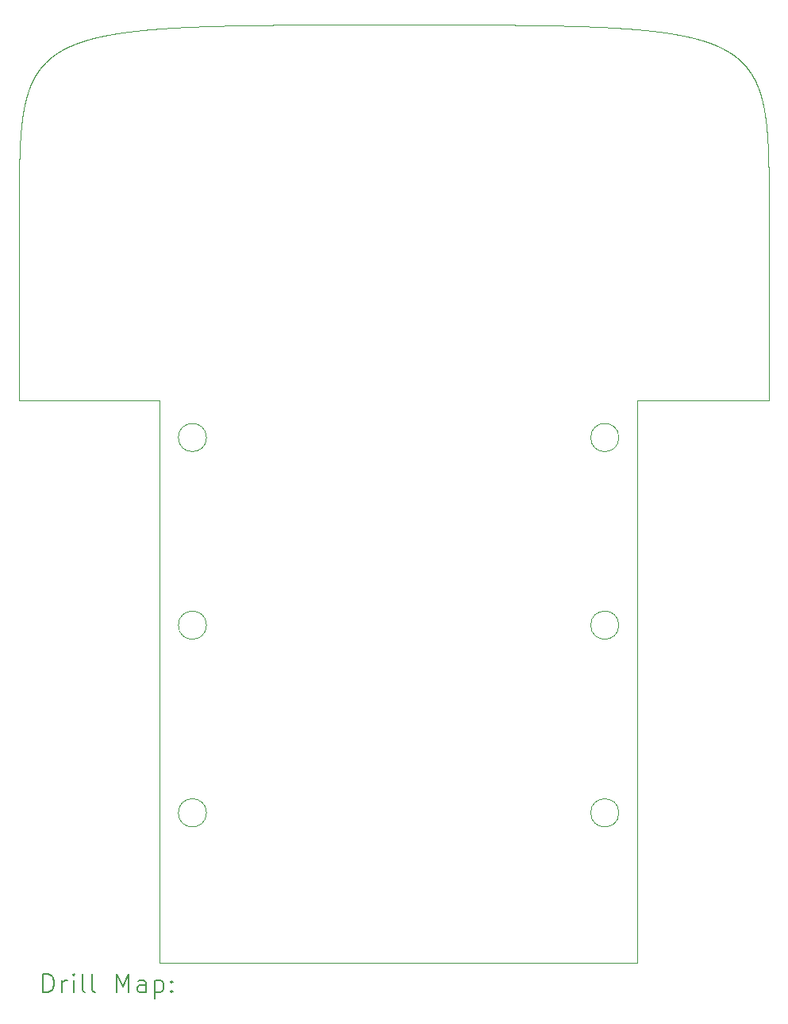
<source format=gbr>
%TF.GenerationSoftware,KiCad,Pcbnew,9.0.0*%
%TF.CreationDate,2025-03-26T13:11:32-04:00*%
%TF.ProjectId,Gmouse,476d6f75-7365-42e6-9b69-6361645f7063,rev?*%
%TF.SameCoordinates,Original*%
%TF.FileFunction,Drillmap*%
%TF.FilePolarity,Positive*%
%FSLAX45Y45*%
G04 Gerber Fmt 4.5, Leading zero omitted, Abs format (unit mm)*
G04 Created by KiCad (PCBNEW 9.0.0) date 2025-03-26 13:11:32*
%MOMM*%
%LPD*%
G01*
G04 APERTURE LIST*
%ADD10C,0.050000*%
%ADD11C,0.200000*%
G04 APERTURE END LIST*
D10*
X9400000Y-4000000D02*
X9306981Y-4000001D01*
X9261017Y-4000003D01*
X9215414Y-4000008D01*
X9170173Y-4000015D01*
X9125290Y-4000026D01*
X9080765Y-4000041D01*
X9036597Y-4000061D01*
X8992783Y-4000087D01*
X8949322Y-4000119D01*
X8906213Y-4000159D01*
X8884791Y-4000181D01*
X8863455Y-4000206D01*
X8842207Y-4000233D01*
X8821046Y-4000262D01*
X8799972Y-4000293D01*
X8778985Y-4000327D01*
X8758084Y-4000363D01*
X8737269Y-4000402D01*
X8716541Y-4000444D01*
X8695898Y-4000488D01*
X8675342Y-4000535D01*
X8654871Y-4000586D01*
X8634486Y-4000639D01*
X8614186Y-4000695D01*
X8593971Y-4000755D01*
X8573841Y-4000818D01*
X8553796Y-4000884D01*
X8533835Y-4000954D01*
X8513959Y-4001027D01*
X8494167Y-4001104D01*
X8474459Y-4001185D01*
X8454834Y-4001269D01*
X8435294Y-4001358D01*
X8415837Y-4001450D01*
X8396463Y-4001547D01*
X8377173Y-4001648D01*
X8357965Y-4001753D01*
X8338841Y-4001863D01*
X8319798Y-4001977D01*
X8300839Y-4002095D01*
X8281961Y-4002218D01*
X8263166Y-4002346D01*
X8244453Y-4002479D01*
X8225821Y-4002617D01*
X8207271Y-4002760D01*
X8188802Y-4002907D01*
X8170414Y-4003060D01*
X8152108Y-4003219D01*
X8133882Y-4003382D01*
X8115737Y-4003551D01*
X8097672Y-4003726D01*
X8079687Y-4003906D01*
X8061783Y-4004092D01*
X8043959Y-4004284D01*
X8026214Y-4004482D01*
X8008549Y-4004685D01*
X7990963Y-4004895D01*
X7973457Y-4005111D01*
X7956030Y-4005333D01*
X7938681Y-4005562D01*
X7921411Y-4005797D01*
X7904220Y-4006038D01*
X7887107Y-4006286D01*
X7870072Y-4006541D01*
X7861584Y-4006671D01*
X7853115Y-4006803D01*
X7844665Y-4006936D01*
X7836236Y-4007071D01*
X7827825Y-4007208D01*
X7819434Y-4007347D01*
X7811062Y-4007487D01*
X7802710Y-4007629D01*
X7794377Y-4007773D01*
X7786063Y-4007919D01*
X7777768Y-4008067D01*
X7769493Y-4008216D01*
X7761237Y-4008367D01*
X7753000Y-4008520D01*
X7744783Y-4008675D01*
X7736584Y-4008832D01*
X7728405Y-4008991D01*
X7720244Y-4009151D01*
X7712103Y-4009314D01*
X7703981Y-4009478D01*
X7695878Y-4009644D01*
X7687794Y-4009812D01*
X7679729Y-4009983D01*
X7671683Y-4010155D01*
X7663656Y-4010329D01*
X7655647Y-4010505D01*
X7647658Y-4010683D01*
X7639688Y-4010863D01*
X7631736Y-4011045D01*
X7623803Y-4011229D01*
X7615889Y-4011415D01*
X7607994Y-4011603D01*
X7600118Y-4011794D01*
X7592261Y-4011986D01*
X7584422Y-4012180D01*
X7576602Y-4012377D01*
X7568800Y-4012575D01*
X7561017Y-4012776D01*
X7553253Y-4012979D01*
X7545508Y-4013184D01*
X7537781Y-4013391D01*
X7530073Y-4013600D01*
X7522383Y-4013811D01*
X7514711Y-4014025D01*
X7507059Y-4014241D01*
X7499424Y-4014459D01*
X7491809Y-4014679D01*
X7484211Y-4014901D01*
X7476632Y-4015126D01*
X7469072Y-4015353D01*
X7461530Y-4015582D01*
X7454006Y-4015813D01*
X7446500Y-4016047D01*
X7439013Y-4016283D01*
X7431544Y-4016521D01*
X7424094Y-4016762D01*
X7416661Y-4017005D01*
X7409247Y-4017250D01*
X7401851Y-4017498D01*
X7394473Y-4017747D01*
X7387113Y-4018000D01*
X7379772Y-4018255D01*
X7372449Y-4018512D01*
X7365143Y-4018771D01*
X7357856Y-4019033D01*
X7350587Y-4019297D01*
X7343335Y-4019564D01*
X7336102Y-4019833D01*
X7328887Y-4020105D01*
X7321689Y-4020379D01*
X7314510Y-4020656D01*
X7307349Y-4020935D01*
X7300205Y-4021217D01*
X7293079Y-4021501D01*
X7285971Y-4021787D01*
X7278881Y-4022077D01*
X7271809Y-4022368D01*
X7264754Y-4022663D01*
X7257717Y-4022960D01*
X7250698Y-4023259D01*
X7243697Y-4023561D01*
X7236713Y-4023866D01*
X7229747Y-4024173D01*
X7222799Y-4024483D01*
X7215868Y-4024796D01*
X7208955Y-4025111D01*
X7202059Y-4025429D01*
X7195181Y-4025749D01*
X7188321Y-4026072D01*
X7181478Y-4026398D01*
X7174652Y-4026727D01*
X7167844Y-4027058D01*
X7161053Y-4027392D01*
X7154280Y-4027729D01*
X7147524Y-4028069D01*
X7140786Y-4028411D01*
X7134064Y-4028756D01*
X7127361Y-4029104D01*
X7120674Y-4029454D01*
X7114005Y-4029808D01*
X7107353Y-4030164D01*
X7100718Y-4030523D01*
X7094100Y-4030885D01*
X7087500Y-4031250D01*
X7080917Y-4031618D01*
X7074351Y-4031988D01*
X7067802Y-4032362D01*
X7061270Y-4032738D01*
X7054755Y-4033117D01*
X7048257Y-4033499D01*
X7041777Y-4033884D01*
X7035313Y-4034272D01*
X7028866Y-4034663D01*
X7022437Y-4035057D01*
X7016024Y-4035454D01*
X7009628Y-4035854D01*
X7003249Y-4036257D01*
X6996887Y-4036662D01*
X6990542Y-4037071D01*
X6984213Y-4037483D01*
X6977902Y-4037898D01*
X6971607Y-4038316D01*
X6965329Y-4038737D01*
X6959067Y-4039161D01*
X6952823Y-4039588D01*
X6946595Y-4040019D01*
X6940384Y-4040452D01*
X6934189Y-4040889D01*
X6928011Y-4041328D01*
X6921850Y-4041771D01*
X6915705Y-4042217D01*
X6909577Y-4042666D01*
X6903465Y-4043119D01*
X6897370Y-4043574D01*
X6891292Y-4044033D01*
X6885229Y-4044495D01*
X6879184Y-4044960D01*
X6873154Y-4045428D01*
X6867142Y-4045900D01*
X6861145Y-4046374D01*
X6855165Y-4046852D01*
X6849201Y-4047334D01*
X6843254Y-4047818D01*
X6837323Y-4048306D01*
X6831408Y-4048798D01*
X6825509Y-4049292D01*
X6819627Y-4049790D01*
X6813760Y-4050291D01*
X6807910Y-4050796D01*
X6802076Y-4051304D01*
X6796259Y-4051815D01*
X6790457Y-4052330D01*
X6784672Y-4052848D01*
X6778902Y-4053370D01*
X6773149Y-4053895D01*
X6767411Y-4054423D01*
X6761690Y-4054955D01*
X6755985Y-4055490D01*
X6750295Y-4056029D01*
X6744622Y-4056571D01*
X6738964Y-4057117D01*
X6733322Y-4057666D01*
X6727697Y-4058219D01*
X6722087Y-4058775D01*
X6716492Y-4059335D01*
X6710914Y-4059898D01*
X6705351Y-4060465D01*
X6699805Y-4061035D01*
X6694274Y-4061609D01*
X6688758Y-4062187D01*
X6683259Y-4062768D01*
X6677775Y-4063353D01*
X6672306Y-4063941D01*
X6666853Y-4064533D01*
X6661416Y-4065129D01*
X6655995Y-4065728D01*
X6650589Y-4066331D01*
X6645198Y-4066938D01*
X6639823Y-4067548D01*
X6634464Y-4068162D01*
X6629120Y-4068780D01*
X6623791Y-4069402D01*
X6618478Y-4070027D01*
X6613180Y-4070656D01*
X6607898Y-4071289D01*
X6602631Y-4071925D01*
X6597379Y-4072565D01*
X6592143Y-4073209D01*
X6586922Y-4073857D01*
X6581716Y-4074509D01*
X6576526Y-4075164D01*
X6571350Y-4075824D01*
X6566190Y-4076487D01*
X6561045Y-4077154D01*
X6555916Y-4077825D01*
X6550801Y-4078500D01*
X6545701Y-4079178D01*
X6540617Y-4079861D01*
X6535547Y-4080547D01*
X6530493Y-4081238D01*
X6525454Y-4081932D01*
X6520429Y-4082630D01*
X6515420Y-4083333D01*
X6510426Y-4084039D01*
X6505446Y-4084749D01*
X6500482Y-4085463D01*
X6495532Y-4086181D01*
X6490597Y-4086904D01*
X6485677Y-4087630D01*
X6480772Y-4088360D01*
X6475882Y-4089094D01*
X6471006Y-4089833D01*
X6466145Y-4090575D01*
X6461299Y-4091322D01*
X6456468Y-4092072D01*
X6451651Y-4092827D01*
X6446849Y-4093586D01*
X6442061Y-4094349D01*
X6437289Y-4095116D01*
X6432530Y-4095887D01*
X6427787Y-4096662D01*
X6423058Y-4097442D01*
X6418343Y-4098225D01*
X6413643Y-4099013D01*
X6408958Y-4099805D01*
X6404287Y-4100602D01*
X6399630Y-4101402D01*
X6394988Y-4102207D01*
X6390360Y-4103016D01*
X6385746Y-4103829D01*
X6381147Y-4104647D01*
X6376562Y-4105469D01*
X6371992Y-4106295D01*
X6367436Y-4107125D01*
X6362894Y-4107960D01*
X6358366Y-4108799D01*
X6353853Y-4109642D01*
X6349353Y-4110490D01*
X6344868Y-4111342D01*
X6340397Y-4112199D01*
X6335940Y-4113060D01*
X6331498Y-4113925D01*
X6327069Y-4114795D01*
X6322654Y-4115669D01*
X6318254Y-4116547D01*
X6313867Y-4117430D01*
X6309495Y-4118317D01*
X6305136Y-4119209D01*
X6300791Y-4120106D01*
X6296461Y-4121006D01*
X6292144Y-4121912D01*
X6287841Y-4122821D01*
X6283552Y-4123736D01*
X6279277Y-4124655D01*
X6275015Y-4125578D01*
X6270768Y-4126506D01*
X6266534Y-4127438D01*
X6262314Y-4128375D01*
X6258107Y-4129317D01*
X6253914Y-4130263D01*
X6249735Y-4131214D01*
X6245570Y-4132169D01*
X6241418Y-4133129D01*
X6237280Y-4134094D01*
X6233156Y-4135064D01*
X6229045Y-4136038D01*
X6224947Y-4137016D01*
X6220863Y-4138000D01*
X6216793Y-4138988D01*
X6212736Y-4139980D01*
X6208693Y-4140978D01*
X6204663Y-4141980D01*
X6200646Y-4142987D01*
X6196643Y-4143999D01*
X6192653Y-4145015D01*
X6188676Y-4146036D01*
X6184713Y-4147062D01*
X6182737Y-4147577D01*
X6180763Y-4148093D01*
X6178793Y-4148610D01*
X6176827Y-4149129D01*
X6174863Y-4149649D01*
X6172903Y-4150169D01*
X6170947Y-4150691D01*
X6168993Y-4151215D01*
X6167043Y-4151739D01*
X6165096Y-4152265D01*
X6163153Y-4152792D01*
X6161213Y-4153320D01*
X6159276Y-4153849D01*
X6157342Y-4154379D01*
X6155412Y-4154911D01*
X6153485Y-4155444D01*
X6151561Y-4155978D01*
X6149640Y-4156514D01*
X6147723Y-4157050D01*
X6145809Y-4157588D01*
X6143898Y-4158127D01*
X6141991Y-4158668D01*
X6140087Y-4159209D01*
X6138186Y-4159752D01*
X6136288Y-4160296D01*
X6134394Y-4160841D01*
X6132503Y-4161387D01*
X6130615Y-4161935D01*
X6128730Y-4162484D01*
X6126849Y-4163034D01*
X6124971Y-4163586D01*
X6123096Y-4164138D01*
X6121224Y-4164692D01*
X6119356Y-4165247D01*
X6117490Y-4165804D01*
X6115628Y-4166361D01*
X6113770Y-4166920D01*
X6111914Y-4167480D01*
X6110062Y-4168042D01*
X6108213Y-4168604D01*
X6106367Y-4169168D01*
X6104524Y-4169733D01*
X6102684Y-4170300D01*
X6100848Y-4170868D01*
X6099015Y-4171436D01*
X6097185Y-4172007D01*
X6095359Y-4172578D01*
X6093535Y-4173151D01*
X6091715Y-4173725D01*
X6089898Y-4174300D01*
X6088084Y-4174877D01*
X6086273Y-4175454D01*
X6084465Y-4176033D01*
X6082661Y-4176614D01*
X6080860Y-4177195D01*
X6079062Y-4177778D01*
X6077267Y-4178362D01*
X6075475Y-4178948D01*
X6073687Y-4179535D01*
X6071901Y-4180123D01*
X6070119Y-4180712D01*
X6068340Y-4181302D01*
X6066564Y-4181894D01*
X6064791Y-4182487D01*
X6063022Y-4183082D01*
X6061255Y-4183677D01*
X6059492Y-4184274D01*
X6057732Y-4184873D01*
X6055974Y-4185472D01*
X6054221Y-4186073D01*
X6052470Y-4186675D01*
X6050722Y-4187279D01*
X6048977Y-4187884D01*
X6047236Y-4188490D01*
X6045498Y-4189097D01*
X6043762Y-4189706D01*
X6042030Y-4190316D01*
X6040301Y-4190927D01*
X6038576Y-4191540D01*
X6036853Y-4192154D01*
X6035133Y-4192769D01*
X6033417Y-4193385D01*
X6031703Y-4194003D01*
X6029993Y-4194622D01*
X6028285Y-4195243D01*
X6026581Y-4195865D01*
X6024880Y-4196488D01*
X6023182Y-4197112D01*
X6021487Y-4197738D01*
X6019795Y-4198365D01*
X6018106Y-4198993D01*
X6016421Y-4199623D01*
X6014738Y-4200254D01*
X6013058Y-4200887D01*
X6011382Y-4201520D01*
X6009708Y-4202155D01*
X6008038Y-4202792D01*
X6006370Y-4203429D01*
X6004706Y-4204069D01*
X6003045Y-4204709D01*
X6001387Y-4205351D01*
X5999731Y-4205994D01*
X5998079Y-4206638D01*
X5996430Y-4207284D01*
X5994784Y-4207931D01*
X5993141Y-4208579D01*
X5991501Y-4209229D01*
X5989864Y-4209880D01*
X5988230Y-4210533D01*
X5986599Y-4211187D01*
X5984971Y-4211842D01*
X5983346Y-4212498D01*
X5981724Y-4213156D01*
X5980105Y-4213815D01*
X5978490Y-4214476D01*
X5976877Y-4215138D01*
X5975267Y-4215801D01*
X5973660Y-4216466D01*
X5972056Y-4217132D01*
X5970455Y-4217799D01*
X5968857Y-4218468D01*
X5967262Y-4219138D01*
X5965670Y-4219810D01*
X5964081Y-4220483D01*
X5962495Y-4221157D01*
X5960912Y-4221833D01*
X5959332Y-4222510D01*
X5957755Y-4223188D01*
X5956181Y-4223868D01*
X5954610Y-4224549D01*
X5953042Y-4225231D01*
X5951477Y-4225915D01*
X5949914Y-4226601D01*
X5948355Y-4227287D01*
X5946799Y-4227975D01*
X5945245Y-4228665D01*
X5943695Y-4229356D01*
X5942147Y-4230048D01*
X5940603Y-4230741D01*
X5939061Y-4231437D01*
X5937522Y-4232133D01*
X5935987Y-4232831D01*
X5934454Y-4233530D01*
X5932924Y-4234230D01*
X5931397Y-4234932D01*
X5929873Y-4235636D01*
X5928352Y-4236341D01*
X5926833Y-4237047D01*
X5925318Y-4237754D01*
X5923806Y-4238463D01*
X5922296Y-4239174D01*
X5920789Y-4239886D01*
X5919286Y-4240599D01*
X5917785Y-4241314D01*
X5916287Y-4242030D01*
X5914792Y-4242747D01*
X5913300Y-4243466D01*
X5911810Y-4244186D01*
X5910324Y-4244908D01*
X5908841Y-4245631D01*
X5907360Y-4246356D01*
X5905882Y-4247082D01*
X5904407Y-4247809D01*
X5902935Y-4248538D01*
X5901466Y-4249268D01*
X5900000Y-4250000D01*
X5898537Y-4250733D01*
X5897076Y-4251468D01*
X5895618Y-4252204D01*
X5894163Y-4252941D01*
X5892711Y-4253680D01*
X5891262Y-4254420D01*
X5889816Y-4255162D01*
X5888373Y-4255905D01*
X5886932Y-4256650D01*
X5885494Y-4257396D01*
X5884059Y-4258144D01*
X5882627Y-4258893D01*
X5881198Y-4259643D01*
X5879771Y-4260395D01*
X5878348Y-4261148D01*
X5876927Y-4261903D01*
X5875509Y-4262659D01*
X5874094Y-4263417D01*
X5872681Y-4264176D01*
X5871272Y-4264936D01*
X5869865Y-4265698D01*
X5868461Y-4266462D01*
X5867060Y-4267227D01*
X5865661Y-4267993D01*
X5864266Y-4268761D01*
X5862873Y-4269531D01*
X5861483Y-4270301D01*
X5860096Y-4271074D01*
X5858711Y-4271847D01*
X5857330Y-4272623D01*
X5855951Y-4273399D01*
X5854575Y-4274178D01*
X5853201Y-4274957D01*
X5851831Y-4275738D01*
X5850463Y-4276521D01*
X5849098Y-4277305D01*
X5847736Y-4278091D01*
X5846376Y-4278878D01*
X5845019Y-4279666D01*
X5843665Y-4280456D01*
X5842314Y-4281248D01*
X5840965Y-4282041D01*
X5839620Y-4282835D01*
X5838277Y-4283631D01*
X5836936Y-4284429D01*
X5835599Y-4285228D01*
X5834264Y-4286028D01*
X5832932Y-4286830D01*
X5831602Y-4287633D01*
X5830276Y-4288438D01*
X5828952Y-4289245D01*
X5827631Y-4290053D01*
X5826312Y-4290862D01*
X5824996Y-4291673D01*
X5823683Y-4292486D01*
X5822373Y-4293300D01*
X5821065Y-4294115D01*
X5819760Y-4294932D01*
X5818458Y-4295751D01*
X5817159Y-4296571D01*
X5815862Y-4297392D01*
X5814568Y-4298215D01*
X5813276Y-4299040D01*
X5811987Y-4299866D01*
X5810701Y-4300693D01*
X5809418Y-4301522D01*
X5808137Y-4302353D01*
X5806859Y-4303185D01*
X5805583Y-4304019D01*
X5804311Y-4304854D01*
X5803041Y-4305691D01*
X5801773Y-4306529D01*
X5800508Y-4307369D01*
X5799246Y-4308210D01*
X5797987Y-4309053D01*
X5796730Y-4309898D01*
X5795476Y-4310744D01*
X5794224Y-4311591D01*
X5792976Y-4312440D01*
X5791729Y-4313291D01*
X5790486Y-4314143D01*
X5789245Y-4314996D01*
X5788006Y-4315852D01*
X5786771Y-4316708D01*
X5785538Y-4317567D01*
X5784307Y-4318426D01*
X5783079Y-4319288D01*
X5781854Y-4320151D01*
X5780632Y-4321015D01*
X5779412Y-4321881D01*
X5778194Y-4322749D01*
X5776980Y-4323618D01*
X5775767Y-4324489D01*
X5774558Y-4325361D01*
X5773351Y-4326235D01*
X5772147Y-4327110D01*
X5770945Y-4327987D01*
X5769746Y-4328866D01*
X5768549Y-4329746D01*
X5767355Y-4330628D01*
X5766164Y-4331511D01*
X5764975Y-4332396D01*
X5763788Y-4333282D01*
X5762605Y-4334170D01*
X5761424Y-4335060D01*
X5760245Y-4335951D01*
X5759069Y-4336843D01*
X5757896Y-4337738D01*
X5756725Y-4338634D01*
X5755557Y-4339531D01*
X5754391Y-4340430D01*
X5753228Y-4341331D01*
X5752067Y-4342233D01*
X5750909Y-4343137D01*
X5749753Y-4344042D01*
X5748600Y-4344949D01*
X5747450Y-4345857D01*
X5746302Y-4346768D01*
X5745156Y-4347679D01*
X5744013Y-4348593D01*
X5742873Y-4349508D01*
X5741735Y-4350424D01*
X5740600Y-4351342D01*
X5739467Y-4352262D01*
X5738337Y-4353183D01*
X5737209Y-4354106D01*
X5736084Y-4355031D01*
X5734961Y-4355957D01*
X5733841Y-4356885D01*
X5732723Y-4357814D01*
X5731608Y-4358745D01*
X5730495Y-4359678D01*
X5729385Y-4360612D01*
X5728277Y-4361548D01*
X5727171Y-4362485D01*
X5726069Y-4363424D01*
X5724968Y-4364365D01*
X5723870Y-4365307D01*
X5722775Y-4366251D01*
X5721682Y-4367197D01*
X5720592Y-4368144D01*
X5719504Y-4369093D01*
X5718418Y-4370043D01*
X5717335Y-4370996D01*
X5716254Y-4371949D01*
X5715176Y-4372905D01*
X5714101Y-4373862D01*
X5713027Y-4374820D01*
X5711957Y-4375780D01*
X5710888Y-4376742D01*
X5709822Y-4377706D01*
X5708759Y-4378671D01*
X5707698Y-4379638D01*
X5706639Y-4380606D01*
X5705583Y-4381576D01*
X5704529Y-4382548D01*
X5703478Y-4383522D01*
X5702429Y-4384497D01*
X5701383Y-4385473D01*
X5700339Y-4386452D01*
X5699297Y-4387432D01*
X5698258Y-4388413D01*
X5697221Y-4389397D01*
X5696187Y-4390382D01*
X5695155Y-4391368D01*
X5694125Y-4392357D01*
X5693098Y-4393347D01*
X5692073Y-4394338D01*
X5691051Y-4395332D01*
X5690031Y-4396327D01*
X5689013Y-4397323D01*
X5687998Y-4398321D01*
X5686985Y-4399321D01*
X5685974Y-4400323D01*
X5684966Y-4401326D01*
X5683960Y-4402331D01*
X5682957Y-4403338D01*
X5681956Y-4404346D01*
X5680957Y-4405356D01*
X5679961Y-4406368D01*
X5678967Y-4407382D01*
X5677975Y-4408397D01*
X5676986Y-4409413D01*
X5675999Y-4410432D01*
X5675015Y-4411452D01*
X5674033Y-4412474D01*
X5673053Y-4413497D01*
X5672075Y-4414522D01*
X5671100Y-4415549D01*
X5670127Y-4416578D01*
X5669157Y-4417608D01*
X5668188Y-4418640D01*
X5667223Y-4419674D01*
X5666259Y-4420709D01*
X5665298Y-4421746D01*
X5664339Y-4422785D01*
X5663382Y-4423826D01*
X5662428Y-4424868D01*
X5661476Y-4425912D01*
X5660526Y-4426957D01*
X5659579Y-4428005D01*
X5658634Y-4429054D01*
X5657691Y-4430104D01*
X5656751Y-4431157D01*
X5655812Y-4432211D01*
X5654877Y-4433267D01*
X5653943Y-4434325D01*
X5653012Y-4435384D01*
X5652083Y-4436445D01*
X5651156Y-4437508D01*
X5650231Y-4438572D01*
X5649309Y-4439638D01*
X5648389Y-4440706D01*
X5647471Y-4441776D01*
X5646556Y-4442847D01*
X5645643Y-4443921D01*
X5644732Y-4444995D01*
X5643823Y-4446072D01*
X5642917Y-4447150D01*
X5642013Y-4448230D01*
X5641111Y-4449312D01*
X5640211Y-4450396D01*
X5639314Y-4451481D01*
X5638419Y-4452568D01*
X5637526Y-4453657D01*
X5636635Y-4454747D01*
X5635746Y-4455840D01*
X5634860Y-4456934D01*
X5633976Y-4458029D01*
X5633094Y-4459127D01*
X5632215Y-4460226D01*
X5631337Y-4461327D01*
X5630462Y-4462430D01*
X5629589Y-4463535D01*
X5628718Y-4464641D01*
X5627850Y-4465749D01*
X5626983Y-4466859D01*
X5626119Y-4467970D01*
X5625257Y-4469084D01*
X5624398Y-4470199D01*
X5623540Y-4471316D01*
X5622685Y-4472434D01*
X5621831Y-4473555D01*
X5620980Y-4474677D01*
X5620132Y-4475801D01*
X5619285Y-4476926D01*
X5618440Y-4478054D01*
X5617598Y-4479183D01*
X5616758Y-4480314D01*
X5615920Y-4481447D01*
X5615084Y-4482582D01*
X5614251Y-4483718D01*
X5613419Y-4484856D01*
X5612590Y-4485996D01*
X5611762Y-4487138D01*
X5610937Y-4488281D01*
X5610115Y-4489427D01*
X5609294Y-4490574D01*
X5608475Y-4491723D01*
X5607659Y-4492873D01*
X5606844Y-4494026D01*
X5606032Y-4495180D01*
X5605222Y-4496336D01*
X5604414Y-4497494D01*
X5603608Y-4498654D01*
X5602805Y-4499815D01*
X5602003Y-4500978D01*
X5601203Y-4502143D01*
X5600406Y-4503310D01*
X5599611Y-4504479D01*
X5598818Y-4505649D01*
X5598027Y-4506822D01*
X5597238Y-4507996D01*
X5596451Y-4509172D01*
X5595666Y-4510349D01*
X5594883Y-4511529D01*
X5594103Y-4512710D01*
X5593324Y-4513894D01*
X5592548Y-4515079D01*
X5591774Y-4516265D01*
X5591001Y-4517454D01*
X5590231Y-4518644D01*
X5589463Y-4519837D01*
X5588697Y-4521031D01*
X5587933Y-4522227D01*
X5587171Y-4523425D01*
X5586412Y-4524624D01*
X5585654Y-4525826D01*
X5584898Y-4527029D01*
X5584144Y-4528234D01*
X5583393Y-4529441D01*
X5582643Y-4530650D01*
X5581896Y-4531860D01*
X5581150Y-4533073D01*
X5580407Y-4534287D01*
X5579665Y-4535503D01*
X5578926Y-4536721D01*
X5578189Y-4537941D01*
X5577453Y-4539163D01*
X5576720Y-4540386D01*
X5575989Y-4541611D01*
X5575260Y-4542839D01*
X5574532Y-4544068D01*
X5573807Y-4545299D01*
X5573084Y-4546531D01*
X5572363Y-4547766D01*
X5571644Y-4549003D01*
X5570926Y-4550241D01*
X5570211Y-4551481D01*
X5569498Y-4552723D01*
X5568787Y-4553967D01*
X5568078Y-4555213D01*
X5567371Y-4556461D01*
X5566665Y-4557710D01*
X5565962Y-4558962D01*
X5565261Y-4560215D01*
X5564562Y-4561470D01*
X5563864Y-4562727D01*
X5563169Y-4563986D01*
X5562476Y-4565247D01*
X5561784Y-4566509D01*
X5561095Y-4567774D01*
X5560407Y-4569040D01*
X5559722Y-4570309D01*
X5559038Y-4571579D01*
X5558357Y-4572851D01*
X5557677Y-4574125D01*
X5556999Y-4575401D01*
X5556324Y-4576678D01*
X5555650Y-4577958D01*
X5554978Y-4579239D01*
X5554308Y-4580523D01*
X5553640Y-4581808D01*
X5552974Y-4583095D01*
X5552310Y-4584384D01*
X5551648Y-4585675D01*
X5550987Y-4586968D01*
X5550329Y-4588263D01*
X5549672Y-4589560D01*
X5549018Y-4590858D01*
X5548365Y-4592159D01*
X5547715Y-4593461D01*
X5547066Y-4594765D01*
X5546419Y-4596072D01*
X5545774Y-4597380D01*
X5545131Y-4598690D01*
X5544490Y-4600002D01*
X5543850Y-4601316D01*
X5543213Y-4602631D01*
X5542577Y-4603949D01*
X5541943Y-4605269D01*
X5541312Y-4606590D01*
X5540682Y-4607914D01*
X5540054Y-4609239D01*
X5539428Y-4610567D01*
X5538803Y-4611896D01*
X5538181Y-4613227D01*
X5537560Y-4614560D01*
X5536942Y-4615895D01*
X5536325Y-4617232D01*
X5535710Y-4618571D01*
X5535097Y-4619912D01*
X5534485Y-4621255D01*
X5533876Y-4622599D01*
X5533268Y-4623946D01*
X5532662Y-4625294D01*
X5532059Y-4626645D01*
X5531456Y-4627997D01*
X5530856Y-4629352D01*
X5530258Y-4630708D01*
X5529661Y-4632067D01*
X5529066Y-4633427D01*
X5528473Y-4634789D01*
X5527882Y-4636153D01*
X5527293Y-4637519D01*
X5526705Y-4638887D01*
X5526120Y-4640257D01*
X5525536Y-4641629D01*
X5524954Y-4643003D01*
X5524374Y-4644379D01*
X5523795Y-4645757D01*
X5523218Y-4647137D01*
X5522643Y-4648519D01*
X5522070Y-4649902D01*
X5521499Y-4651288D01*
X5520930Y-4652676D01*
X5520362Y-4654065D01*
X5519796Y-4655457D01*
X5519232Y-4656851D01*
X5518669Y-4658246D01*
X5518109Y-4659644D01*
X5517550Y-4661043D01*
X5516993Y-4662445D01*
X5516437Y-4663848D01*
X5515884Y-4665254D01*
X5515332Y-4666661D01*
X5514782Y-4668071D01*
X5514233Y-4669482D01*
X5513687Y-4670895D01*
X5513142Y-4672311D01*
X5512599Y-4673728D01*
X5512058Y-4675148D01*
X5511518Y-4676569D01*
X5510980Y-4677992D01*
X5510444Y-4679418D01*
X5509910Y-4680845D01*
X5509377Y-4682274D01*
X5508846Y-4683706D01*
X5508317Y-4685139D01*
X5507789Y-4686574D01*
X5507263Y-4688012D01*
X5506739Y-4689451D01*
X5506217Y-4690892D01*
X5505696Y-4692336D01*
X5505177Y-4693781D01*
X5504660Y-4695229D01*
X5504145Y-4696678D01*
X5503631Y-4698129D01*
X5503118Y-4699583D01*
X5502608Y-4701038D01*
X5502099Y-4702496D01*
X5501592Y-4703955D01*
X5501087Y-4705417D01*
X5500583Y-4706880D01*
X5500081Y-4708346D01*
X5499580Y-4709813D01*
X5499082Y-4711283D01*
X5498585Y-4712755D01*
X5498089Y-4714228D01*
X5497595Y-4715704D01*
X5497103Y-4717182D01*
X5496613Y-4718661D01*
X5496124Y-4720143D01*
X5495637Y-4721627D01*
X5495152Y-4723113D01*
X5494668Y-4724601D01*
X5494186Y-4726091D01*
X5493705Y-4727583D01*
X5493226Y-4729077D01*
X5492749Y-4730573D01*
X5492273Y-4732071D01*
X5491799Y-4733571D01*
X5491327Y-4735073D01*
X5490856Y-4736577D01*
X5490387Y-4738084D01*
X5489920Y-4739592D01*
X5489454Y-4741102D01*
X5488989Y-4742615D01*
X5488527Y-4744129D01*
X5488066Y-4745646D01*
X5487606Y-4747164D01*
X5487148Y-4748685D01*
X5486692Y-4750208D01*
X5486237Y-4751733D01*
X5485784Y-4753260D01*
X5485333Y-4754789D01*
X5484883Y-4756320D01*
X5484434Y-4757853D01*
X5483988Y-4759388D01*
X5483543Y-4760925D01*
X5483099Y-4762464D01*
X5482657Y-4764006D01*
X5482216Y-4765549D01*
X5481778Y-4767095D01*
X5481340Y-4768642D01*
X5480905Y-4770192D01*
X5480470Y-4771744D01*
X5480038Y-4773298D01*
X5479607Y-4774853D01*
X5479177Y-4776411D01*
X5478749Y-4777972D01*
X5478323Y-4779534D01*
X5477898Y-4781098D01*
X5477474Y-4782664D01*
X5477053Y-4784233D01*
X5476632Y-4785803D01*
X5476214Y-4787376D01*
X5475796Y-4788951D01*
X5475381Y-4790528D01*
X5474966Y-4792107D01*
X5474143Y-4795271D01*
X5473325Y-4798444D01*
X5472513Y-4801625D01*
X5471708Y-4804814D01*
X5470908Y-4808012D01*
X5470114Y-4811218D01*
X5469326Y-4814433D01*
X5468544Y-4817657D01*
X5467768Y-4820888D01*
X5466998Y-4824129D01*
X5466234Y-4827378D01*
X5465476Y-4830635D01*
X5464723Y-4833901D01*
X5463976Y-4837175D01*
X5463235Y-4840458D01*
X5462500Y-4843750D01*
X5461770Y-4847050D01*
X5461047Y-4850359D01*
X5460328Y-4853676D01*
X5459616Y-4857002D01*
X5458909Y-4860337D01*
X5458208Y-4863680D01*
X5457512Y-4867032D01*
X5456822Y-4870393D01*
X5456137Y-4873762D01*
X5455458Y-4877140D01*
X5454785Y-4880527D01*
X5454117Y-4883922D01*
X5453454Y-4887326D01*
X5452797Y-4890739D01*
X5452145Y-4894160D01*
X5451498Y-4897591D01*
X5450857Y-4901030D01*
X5450222Y-4904478D01*
X5449591Y-4907934D01*
X5448966Y-4911400D01*
X5448346Y-4914874D01*
X5447732Y-4918357D01*
X5447123Y-4921849D01*
X5446518Y-4925349D01*
X5445919Y-4928859D01*
X5445326Y-4932377D01*
X5444737Y-4935904D01*
X5444154Y-4939441D01*
X5443575Y-4942986D01*
X5443002Y-4946540D01*
X5442433Y-4950103D01*
X5441870Y-4953674D01*
X5441312Y-4957255D01*
X5440759Y-4960845D01*
X5440210Y-4964443D01*
X5439667Y-4968051D01*
X5439128Y-4971668D01*
X5438595Y-4975293D01*
X5438066Y-4978928D01*
X5437542Y-4982572D01*
X5437023Y-4986224D01*
X5436509Y-4989886D01*
X5436000Y-4993557D01*
X5435495Y-4997237D01*
X5434995Y-5000926D01*
X5434500Y-5004624D01*
X5434009Y-5008331D01*
X5433524Y-5012047D01*
X5433042Y-5015772D01*
X5432566Y-5019507D01*
X5432094Y-5023250D01*
X5431627Y-5027003D01*
X5431164Y-5030765D01*
X5430705Y-5034536D01*
X5430252Y-5038316D01*
X5429802Y-5042106D01*
X5429358Y-5045904D01*
X5428917Y-5049712D01*
X5428481Y-5053529D01*
X5428050Y-5057356D01*
X5427623Y-5061191D01*
X5427200Y-5065036D01*
X5426781Y-5068891D01*
X5426367Y-5072754D01*
X5425957Y-5076627D01*
X5425552Y-5080509D01*
X5425150Y-5084400D01*
X5424753Y-5088301D01*
X5424360Y-5092211D01*
X5423972Y-5096130D01*
X5423587Y-5100059D01*
X5423207Y-5103997D01*
X5422830Y-5107945D01*
X5422458Y-5111902D01*
X5422090Y-5115868D01*
X5421726Y-5119844D01*
X5421366Y-5123829D01*
X5421010Y-5127824D01*
X5420658Y-5131828D01*
X5420309Y-5135841D01*
X5419965Y-5139864D01*
X5419625Y-5143897D01*
X5419289Y-5147939D01*
X5418956Y-5151991D01*
X5418627Y-5156052D01*
X5418302Y-5160122D01*
X5417981Y-5164202D01*
X5417664Y-5168292D01*
X5417350Y-5172391D01*
X5417041Y-5176500D01*
X5416735Y-5180619D01*
X5416432Y-5184747D01*
X5416133Y-5188884D01*
X5415838Y-5193032D01*
X5415547Y-5197188D01*
X5415259Y-5201355D01*
X5414975Y-5205531D01*
X5414694Y-5209717D01*
X5414417Y-5213913D01*
X5414143Y-5218118D01*
X5413873Y-5222333D01*
X5413606Y-5226557D01*
X5413342Y-5230792D01*
X5413083Y-5235036D01*
X5412826Y-5239290D01*
X5412573Y-5243553D01*
X5412323Y-5247827D01*
X5412077Y-5252110D01*
X5411834Y-5256403D01*
X5411594Y-5260706D01*
X5411357Y-5265018D01*
X5411124Y-5269341D01*
X5410894Y-5273673D01*
X5410667Y-5278015D01*
X5410443Y-5282367D01*
X5410222Y-5286729D01*
X5410005Y-5291100D01*
X5409790Y-5295482D01*
X5409579Y-5299873D01*
X5409371Y-5304275D01*
X5409166Y-5308686D01*
X5408963Y-5313107D01*
X5408764Y-5317538D01*
X5408568Y-5321979D01*
X5408375Y-5326431D01*
X5408185Y-5330892D01*
X5407997Y-5335363D01*
X5407813Y-5339844D01*
X5407631Y-5344335D01*
X5407452Y-5348836D01*
X5407276Y-5353347D01*
X5407103Y-5357868D01*
X5406932Y-5362400D01*
X5406765Y-5366941D01*
X5406600Y-5371492D01*
X5406437Y-5376054D01*
X5406278Y-5380625D01*
X5406121Y-5385207D01*
X5405967Y-5389799D01*
X5405815Y-5394401D01*
X5405666Y-5399013D01*
X5405519Y-5403635D01*
X5405375Y-5408268D01*
X5405234Y-5412911D01*
X5405095Y-5417563D01*
X5404958Y-5422226D01*
X5404824Y-5426900D01*
X5404693Y-5431583D01*
X5404564Y-5436277D01*
X5404437Y-5440981D01*
X5404313Y-5445695D01*
X5404190Y-5450419D01*
X5404071Y-5455154D01*
X5403953Y-5459899D01*
X5403838Y-5464655D01*
X5403725Y-5469420D01*
X5403615Y-5474196D01*
X5403506Y-5478983D01*
X5403400Y-5483779D01*
X5403296Y-5488586D01*
X5403194Y-5493404D01*
X5403094Y-5498232D01*
X5402997Y-5503070D01*
X5402901Y-5507919D01*
X5402807Y-5512778D01*
X5402716Y-5517647D01*
X5402626Y-5522527D01*
X5402539Y-5527417D01*
X5402453Y-5532318D01*
X5402370Y-5537229D01*
X5402288Y-5542151D01*
X5402208Y-5547083D01*
X5402130Y-5552026D01*
X5402054Y-5556979D01*
X5401907Y-5566917D01*
X5401768Y-5576898D01*
X5401635Y-5586920D01*
X5401510Y-5596985D01*
X5401391Y-5607093D01*
X5401278Y-5617243D01*
X5401171Y-5627436D01*
X5401071Y-5637671D01*
X5400977Y-5647949D01*
X5400888Y-5658270D01*
X5400805Y-5668634D01*
X5400727Y-5679042D01*
X5400654Y-5689492D01*
X5400587Y-5699986D01*
X5400524Y-5710523D01*
X5400466Y-5721103D01*
X5400412Y-5731728D01*
X5400363Y-5742395D01*
X5400317Y-5753107D01*
X5400276Y-5763862D01*
X5400238Y-5774661D01*
X5400204Y-5785504D01*
X5400174Y-5796391D01*
X5400146Y-5807323D01*
X5400122Y-5818298D01*
X5400101Y-5829318D01*
X5400082Y-5840383D01*
X5400066Y-5851492D01*
X5400052Y-5862645D01*
X5400040Y-5873843D01*
X5400030Y-5885086D01*
X5400015Y-5907707D01*
X5400006Y-5930508D01*
X5400002Y-5953490D01*
X5400000Y-6000000D01*
X11800000Y-8400000D02*
G75*
G02*
X11500000Y-8400000I-150000J0D01*
G01*
X11500000Y-8400000D02*
G75*
G02*
X11800000Y-8400000I150000J0D01*
G01*
X9400000Y-4000000D02*
X9493020Y-4000001D01*
X9538984Y-4000003D01*
X9584586Y-4000008D01*
X9629827Y-4000015D01*
X9674710Y-4000026D01*
X9719235Y-4000041D01*
X9763403Y-4000061D01*
X9807217Y-4000087D01*
X9850678Y-4000119D01*
X9893787Y-4000159D01*
X9915209Y-4000181D01*
X9936545Y-4000206D01*
X9957793Y-4000233D01*
X9978954Y-4000262D01*
X10000028Y-4000293D01*
X10021016Y-4000327D01*
X10041916Y-4000363D01*
X10062731Y-4000402D01*
X10083459Y-4000444D01*
X10104102Y-4000488D01*
X10124658Y-4000535D01*
X10145129Y-4000586D01*
X10165514Y-4000639D01*
X10185814Y-4000695D01*
X10206029Y-4000755D01*
X10226159Y-4000818D01*
X10246205Y-4000884D01*
X10266165Y-4000954D01*
X10286041Y-4001027D01*
X10305834Y-4001104D01*
X10325542Y-4001185D01*
X10345166Y-4001269D01*
X10364706Y-4001358D01*
X10384163Y-4001450D01*
X10403537Y-4001547D01*
X10422827Y-4001648D01*
X10442035Y-4001753D01*
X10461159Y-4001863D01*
X10480202Y-4001977D01*
X10499161Y-4002095D01*
X10518039Y-4002218D01*
X10536834Y-4002346D01*
X10555547Y-4002479D01*
X10574179Y-4002617D01*
X10592729Y-4002760D01*
X10611198Y-4002907D01*
X10629586Y-4003060D01*
X10647892Y-4003219D01*
X10666118Y-4003382D01*
X10684263Y-4003551D01*
X10702328Y-4003726D01*
X10720313Y-4003906D01*
X10738217Y-4004092D01*
X10756041Y-4004284D01*
X10773786Y-4004482D01*
X10791451Y-4004685D01*
X10809037Y-4004895D01*
X10826543Y-4005111D01*
X10843970Y-4005333D01*
X10861319Y-4005562D01*
X10878589Y-4005797D01*
X10895780Y-4006038D01*
X10912893Y-4006286D01*
X10929928Y-4006541D01*
X10938416Y-4006671D01*
X10946885Y-4006803D01*
X10955335Y-4006936D01*
X10963764Y-4007071D01*
X10972175Y-4007208D01*
X10980566Y-4007347D01*
X10988938Y-4007487D01*
X10997290Y-4007629D01*
X11005623Y-4007773D01*
X11013937Y-4007919D01*
X11022232Y-4008067D01*
X11030507Y-4008216D01*
X11038763Y-4008367D01*
X11047000Y-4008520D01*
X11055217Y-4008675D01*
X11063416Y-4008832D01*
X11071595Y-4008991D01*
X11079756Y-4009151D01*
X11087897Y-4009314D01*
X11096019Y-4009478D01*
X11104122Y-4009644D01*
X11112206Y-4009812D01*
X11120271Y-4009983D01*
X11128317Y-4010155D01*
X11136344Y-4010329D01*
X11144353Y-4010505D01*
X11152342Y-4010683D01*
X11160312Y-4010863D01*
X11168264Y-4011045D01*
X11176197Y-4011229D01*
X11184111Y-4011415D01*
X11192005Y-4011603D01*
X11199882Y-4011794D01*
X11207739Y-4011986D01*
X11215578Y-4012180D01*
X11223398Y-4012377D01*
X11231200Y-4012575D01*
X11238983Y-4012776D01*
X11246747Y-4012979D01*
X11254492Y-4013184D01*
X11262219Y-4013391D01*
X11269927Y-4013600D01*
X11277617Y-4013811D01*
X11285288Y-4014025D01*
X11292941Y-4014241D01*
X11300575Y-4014459D01*
X11308191Y-4014679D01*
X11315789Y-4014901D01*
X11323368Y-4015126D01*
X11330928Y-4015353D01*
X11338470Y-4015582D01*
X11345994Y-4015813D01*
X11353500Y-4016047D01*
X11360987Y-4016283D01*
X11368456Y-4016521D01*
X11375906Y-4016762D01*
X11383339Y-4017005D01*
X11390753Y-4017250D01*
X11398149Y-4017498D01*
X11405527Y-4017747D01*
X11412886Y-4018000D01*
X11420228Y-4018255D01*
X11427551Y-4018512D01*
X11434857Y-4018771D01*
X11442144Y-4019033D01*
X11449413Y-4019297D01*
X11456665Y-4019564D01*
X11463898Y-4019833D01*
X11471113Y-4020105D01*
X11478310Y-4020379D01*
X11485490Y-4020656D01*
X11492651Y-4020935D01*
X11499795Y-4021217D01*
X11506921Y-4021501D01*
X11514029Y-4021787D01*
X11521119Y-4022077D01*
X11528191Y-4022368D01*
X11535246Y-4022663D01*
X11542282Y-4022960D01*
X11549301Y-4023259D01*
X11556303Y-4023561D01*
X11563287Y-4023866D01*
X11570253Y-4024173D01*
X11577201Y-4024483D01*
X11584132Y-4024796D01*
X11591045Y-4025111D01*
X11597941Y-4025429D01*
X11604819Y-4025749D01*
X11611679Y-4026072D01*
X11618522Y-4026398D01*
X11625348Y-4026727D01*
X11632156Y-4027058D01*
X11638947Y-4027392D01*
X11645720Y-4027729D01*
X11652476Y-4028069D01*
X11659214Y-4028411D01*
X11665936Y-4028756D01*
X11672639Y-4029104D01*
X11679326Y-4029454D01*
X11685995Y-4029808D01*
X11692647Y-4030164D01*
X11699282Y-4030523D01*
X11705900Y-4030885D01*
X11712500Y-4031250D01*
X11719083Y-4031618D01*
X11725649Y-4031988D01*
X11732198Y-4032362D01*
X11738730Y-4032738D01*
X11745245Y-4033117D01*
X11751743Y-4033499D01*
X11758223Y-4033884D01*
X11764687Y-4034272D01*
X11771134Y-4034663D01*
X11777563Y-4035057D01*
X11783976Y-4035454D01*
X11790372Y-4035854D01*
X11796751Y-4036257D01*
X11803113Y-4036662D01*
X11809458Y-4037071D01*
X11815787Y-4037483D01*
X11822098Y-4037898D01*
X11828393Y-4038316D01*
X11834671Y-4038737D01*
X11840932Y-4039161D01*
X11847177Y-4039588D01*
X11853405Y-4040019D01*
X11859616Y-4040452D01*
X11865811Y-4040889D01*
X11871989Y-4041328D01*
X11878150Y-4041771D01*
X11884295Y-4042217D01*
X11890423Y-4042666D01*
X11896535Y-4043119D01*
X11902630Y-4043574D01*
X11908708Y-4044033D01*
X11914770Y-4044495D01*
X11920816Y-4044960D01*
X11926845Y-4045428D01*
X11932858Y-4045900D01*
X11938855Y-4046374D01*
X11944835Y-4046852D01*
X11950799Y-4047334D01*
X11956746Y-4047818D01*
X11962677Y-4048306D01*
X11968592Y-4048798D01*
X11974491Y-4049292D01*
X11980373Y-4049790D01*
X11986240Y-4050291D01*
X11992090Y-4050796D01*
X11997923Y-4051304D01*
X12003741Y-4051815D01*
X12009543Y-4052330D01*
X12015328Y-4052848D01*
X12021098Y-4053370D01*
X12026851Y-4053895D01*
X12032589Y-4054423D01*
X12038310Y-4054955D01*
X12044015Y-4055490D01*
X12049705Y-4056029D01*
X12055378Y-4056571D01*
X12061036Y-4057117D01*
X12066678Y-4057666D01*
X12072303Y-4058219D01*
X12077913Y-4058775D01*
X12083508Y-4059335D01*
X12089086Y-4059898D01*
X12094648Y-4060465D01*
X12100195Y-4061035D01*
X12105726Y-4061609D01*
X12111242Y-4062187D01*
X12116741Y-4062768D01*
X12122225Y-4063353D01*
X12127694Y-4063941D01*
X12133146Y-4064533D01*
X12138584Y-4065129D01*
X12144005Y-4065728D01*
X12149411Y-4066331D01*
X12154802Y-4066938D01*
X12160177Y-4067548D01*
X12165536Y-4068162D01*
X12170880Y-4068780D01*
X12176209Y-4069402D01*
X12181522Y-4070027D01*
X12186819Y-4070656D01*
X12192102Y-4071289D01*
X12197369Y-4071925D01*
X12202620Y-4072565D01*
X12207857Y-4073209D01*
X12213078Y-4073857D01*
X12218284Y-4074509D01*
X12223474Y-4075164D01*
X12228649Y-4075824D01*
X12233810Y-4076487D01*
X12238955Y-4077154D01*
X12244084Y-4077825D01*
X12249199Y-4078500D01*
X12254299Y-4079178D01*
X12259383Y-4079861D01*
X12264452Y-4080547D01*
X12269507Y-4081238D01*
X12274546Y-4081932D01*
X12279570Y-4082630D01*
X12284580Y-4083333D01*
X12289574Y-4084039D01*
X12294554Y-4084749D01*
X12299518Y-4085463D01*
X12304468Y-4086181D01*
X12309403Y-4086904D01*
X12314323Y-4087630D01*
X12319228Y-4088360D01*
X12324118Y-4089094D01*
X12328994Y-4089833D01*
X12333855Y-4090575D01*
X12338701Y-4091322D01*
X12343532Y-4092072D01*
X12348349Y-4092827D01*
X12353151Y-4093586D01*
X12357938Y-4094349D01*
X12362711Y-4095116D01*
X12367469Y-4095887D01*
X12372213Y-4096662D01*
X12376942Y-4097442D01*
X12381657Y-4098225D01*
X12386357Y-4099013D01*
X12391042Y-4099805D01*
X12395713Y-4100602D01*
X12400370Y-4101402D01*
X12405012Y-4102207D01*
X12409640Y-4103016D01*
X12414254Y-4103829D01*
X12418853Y-4104647D01*
X12423437Y-4105469D01*
X12428008Y-4106295D01*
X12432564Y-4107125D01*
X12437106Y-4107960D01*
X12441634Y-4108799D01*
X12446147Y-4109642D01*
X12450647Y-4110490D01*
X12455132Y-4111342D01*
X12459603Y-4112199D01*
X12464060Y-4113060D01*
X12468502Y-4113925D01*
X12472931Y-4114795D01*
X12477346Y-4115669D01*
X12481746Y-4116547D01*
X12486133Y-4117430D01*
X12490505Y-4118317D01*
X12494864Y-4119209D01*
X12499208Y-4120106D01*
X12503539Y-4121006D01*
X12507856Y-4121912D01*
X12512159Y-4122821D01*
X12516448Y-4123736D01*
X12520723Y-4124655D01*
X12524985Y-4125578D01*
X12529232Y-4126506D01*
X12533466Y-4127438D01*
X12537686Y-4128375D01*
X12541893Y-4129317D01*
X12546085Y-4130263D01*
X12550264Y-4131214D01*
X12554430Y-4132169D01*
X12558582Y-4133129D01*
X12562720Y-4134094D01*
X12566844Y-4135064D01*
X12570955Y-4136038D01*
X12575053Y-4137016D01*
X12579136Y-4138000D01*
X12583207Y-4138988D01*
X12587264Y-4139980D01*
X12591307Y-4140978D01*
X12595337Y-4141980D01*
X12599354Y-4142987D01*
X12603357Y-4143999D01*
X12607347Y-4145015D01*
X12611323Y-4146036D01*
X12615287Y-4147062D01*
X12617263Y-4147577D01*
X12619237Y-4148093D01*
X12621206Y-4148610D01*
X12623173Y-4149129D01*
X12625136Y-4149649D01*
X12627097Y-4150169D01*
X12629053Y-4150691D01*
X12631007Y-4151215D01*
X12632957Y-4151739D01*
X12634904Y-4152265D01*
X12636847Y-4152792D01*
X12638787Y-4153320D01*
X12640724Y-4153849D01*
X12642658Y-4154379D01*
X12644588Y-4154911D01*
X12646515Y-4155444D01*
X12648439Y-4155978D01*
X12650360Y-4156514D01*
X12652277Y-4157050D01*
X12654191Y-4157588D01*
X12656101Y-4158127D01*
X12658009Y-4158668D01*
X12659913Y-4159209D01*
X12661814Y-4159752D01*
X12663712Y-4160296D01*
X12665606Y-4160841D01*
X12667497Y-4161387D01*
X12669385Y-4161935D01*
X12671270Y-4162484D01*
X12673151Y-4163034D01*
X12675029Y-4163586D01*
X12676904Y-4164138D01*
X12678776Y-4164692D01*
X12680644Y-4165247D01*
X12682510Y-4165804D01*
X12684372Y-4166361D01*
X12686230Y-4166920D01*
X12688086Y-4167480D01*
X12689938Y-4168042D01*
X12691787Y-4168604D01*
X12693633Y-4169168D01*
X12695476Y-4169733D01*
X12697315Y-4170300D01*
X12699152Y-4170868D01*
X12700985Y-4171436D01*
X12702815Y-4172007D01*
X12704641Y-4172578D01*
X12706465Y-4173151D01*
X12708285Y-4173725D01*
X12710102Y-4174300D01*
X12711916Y-4174877D01*
X12713727Y-4175454D01*
X12715535Y-4176033D01*
X12717339Y-4176614D01*
X12719140Y-4177195D01*
X12720938Y-4177778D01*
X12722733Y-4178362D01*
X12724525Y-4178948D01*
X12726313Y-4179535D01*
X12728099Y-4180123D01*
X12729881Y-4180712D01*
X12731660Y-4181302D01*
X12733436Y-4181894D01*
X12735209Y-4182487D01*
X12736978Y-4183082D01*
X12738745Y-4183677D01*
X12740508Y-4184274D01*
X12742268Y-4184873D01*
X12744025Y-4185472D01*
X12745779Y-4186073D01*
X12747530Y-4186675D01*
X12749278Y-4187279D01*
X12751022Y-4187884D01*
X12752764Y-4188490D01*
X12754502Y-4189097D01*
X12756237Y-4189706D01*
X12757969Y-4190316D01*
X12759698Y-4190927D01*
X12761424Y-4191540D01*
X12763147Y-4192154D01*
X12764867Y-4192769D01*
X12766583Y-4193385D01*
X12768297Y-4194003D01*
X12770007Y-4194622D01*
X12771715Y-4195243D01*
X12773419Y-4195865D01*
X12775120Y-4196488D01*
X12776818Y-4197112D01*
X12778513Y-4197738D01*
X12780205Y-4198365D01*
X12781894Y-4198993D01*
X12783579Y-4199623D01*
X12785262Y-4200254D01*
X12786942Y-4200887D01*
X12788618Y-4201520D01*
X12790292Y-4202155D01*
X12791962Y-4202792D01*
X12793629Y-4203429D01*
X12795294Y-4204069D01*
X12796955Y-4204709D01*
X12798613Y-4205351D01*
X12800269Y-4205994D01*
X12801921Y-4206638D01*
X12803570Y-4207284D01*
X12805216Y-4207931D01*
X12806859Y-4208579D01*
X12808499Y-4209229D01*
X12810136Y-4209880D01*
X12811770Y-4210533D01*
X12813401Y-4211187D01*
X12815029Y-4211842D01*
X12816654Y-4212498D01*
X12818276Y-4213156D01*
X12819894Y-4213815D01*
X12821510Y-4214476D01*
X12823123Y-4215138D01*
X12824733Y-4215801D01*
X12826340Y-4216466D01*
X12827944Y-4217132D01*
X12829545Y-4217799D01*
X12831143Y-4218468D01*
X12832738Y-4219138D01*
X12834330Y-4219810D01*
X12835919Y-4220483D01*
X12837505Y-4221157D01*
X12839088Y-4221833D01*
X12840668Y-4222510D01*
X12842245Y-4223188D01*
X12843819Y-4223868D01*
X12845390Y-4224549D01*
X12846958Y-4225231D01*
X12848523Y-4225915D01*
X12850086Y-4226601D01*
X12851645Y-4227287D01*
X12853201Y-4227975D01*
X12854755Y-4228665D01*
X12856305Y-4229356D01*
X12857853Y-4230048D01*
X12859397Y-4230741D01*
X12860939Y-4231437D01*
X12862478Y-4232133D01*
X12864013Y-4232831D01*
X12865546Y-4233530D01*
X12867076Y-4234230D01*
X12868603Y-4234932D01*
X12870127Y-4235636D01*
X12871648Y-4236341D01*
X12873167Y-4237047D01*
X12874682Y-4237754D01*
X12876194Y-4238463D01*
X12877704Y-4239174D01*
X12879210Y-4239886D01*
X12880714Y-4240599D01*
X12882215Y-4241314D01*
X12883713Y-4242030D01*
X12885208Y-4242747D01*
X12886700Y-4243466D01*
X12888189Y-4244186D01*
X12889676Y-4244908D01*
X12891159Y-4245631D01*
X12892640Y-4246356D01*
X12894118Y-4247082D01*
X12895593Y-4247809D01*
X12897065Y-4248538D01*
X12898534Y-4249268D01*
X12900000Y-4250000D01*
X12901463Y-4250733D01*
X12902924Y-4251468D01*
X12904382Y-4252204D01*
X12905836Y-4252941D01*
X12907288Y-4253680D01*
X12908738Y-4254420D01*
X12910184Y-4255162D01*
X12911627Y-4255905D01*
X12913068Y-4256650D01*
X12914506Y-4257396D01*
X12915941Y-4258144D01*
X12917373Y-4258893D01*
X12918802Y-4259643D01*
X12920229Y-4260395D01*
X12921652Y-4261148D01*
X12923073Y-4261903D01*
X12924491Y-4262659D01*
X12925906Y-4263417D01*
X12927319Y-4264176D01*
X12928728Y-4264936D01*
X12930135Y-4265698D01*
X12931539Y-4266462D01*
X12932940Y-4267227D01*
X12934339Y-4267993D01*
X12935734Y-4268761D01*
X12937127Y-4269531D01*
X12938517Y-4270301D01*
X12939904Y-4271074D01*
X12941289Y-4271847D01*
X12942670Y-4272623D01*
X12944049Y-4273399D01*
X12945425Y-4274178D01*
X12946799Y-4274957D01*
X12948169Y-4275738D01*
X12949537Y-4276521D01*
X12950902Y-4277305D01*
X12952264Y-4278091D01*
X12953624Y-4278878D01*
X12954981Y-4279666D01*
X12956335Y-4280456D01*
X12957686Y-4281248D01*
X12959034Y-4282041D01*
X12960380Y-4282835D01*
X12961723Y-4283631D01*
X12963064Y-4284429D01*
X12964401Y-4285228D01*
X12965736Y-4286028D01*
X12967068Y-4286830D01*
X12968397Y-4287633D01*
X12969724Y-4288438D01*
X12971048Y-4289245D01*
X12972369Y-4290053D01*
X12973688Y-4290862D01*
X12975003Y-4291673D01*
X12976317Y-4292486D01*
X12977627Y-4293300D01*
X12978935Y-4294115D01*
X12980240Y-4294932D01*
X12981542Y-4295751D01*
X12982841Y-4296571D01*
X12984138Y-4297392D01*
X12985432Y-4298215D01*
X12986724Y-4299040D01*
X12988013Y-4299866D01*
X12989299Y-4300693D01*
X12990582Y-4301522D01*
X12991863Y-4302353D01*
X12993141Y-4303185D01*
X12994416Y-4304019D01*
X12995689Y-4304854D01*
X12996959Y-4305691D01*
X12998227Y-4306529D01*
X12999491Y-4307369D01*
X13000754Y-4308210D01*
X13002013Y-4309053D01*
X13003270Y-4309898D01*
X13004524Y-4310744D01*
X13005776Y-4311591D01*
X13007024Y-4312440D01*
X13008271Y-4313291D01*
X13009514Y-4314143D01*
X13010755Y-4314996D01*
X13011993Y-4315852D01*
X13013229Y-4316708D01*
X13014462Y-4317567D01*
X13015693Y-4318426D01*
X13016920Y-4319288D01*
X13018146Y-4320151D01*
X13019368Y-4321015D01*
X13020588Y-4321881D01*
X13021806Y-4322749D01*
X13023020Y-4323618D01*
X13024232Y-4324489D01*
X13025442Y-4325361D01*
X13026649Y-4326235D01*
X13027853Y-4327110D01*
X13029055Y-4327987D01*
X13030254Y-4328866D01*
X13031451Y-4329746D01*
X13032645Y-4330628D01*
X13033836Y-4331511D01*
X13035025Y-4332396D01*
X13036211Y-4333282D01*
X13037395Y-4334170D01*
X13038576Y-4335060D01*
X13039755Y-4335951D01*
X13040931Y-4336843D01*
X13042104Y-4337738D01*
X13043275Y-4338634D01*
X13044443Y-4339531D01*
X13045609Y-4340430D01*
X13046772Y-4341331D01*
X13047933Y-4342233D01*
X13049091Y-4343137D01*
X13050247Y-4344042D01*
X13051400Y-4344949D01*
X13052550Y-4345857D01*
X13053698Y-4346768D01*
X13054844Y-4347679D01*
X13055986Y-4348593D01*
X13057127Y-4349508D01*
X13058265Y-4350424D01*
X13059400Y-4351342D01*
X13060533Y-4352262D01*
X13061663Y-4353183D01*
X13062791Y-4354106D01*
X13063916Y-4355031D01*
X13065039Y-4355957D01*
X13066159Y-4356885D01*
X13067277Y-4357814D01*
X13068392Y-4358745D01*
X13069505Y-4359678D01*
X13070615Y-4360612D01*
X13071723Y-4361548D01*
X13072828Y-4362485D01*
X13073931Y-4363424D01*
X13075032Y-4364365D01*
X13076130Y-4365307D01*
X13077225Y-4366251D01*
X13078318Y-4367197D01*
X13079408Y-4368144D01*
X13080496Y-4369093D01*
X13081582Y-4370043D01*
X13082665Y-4370996D01*
X13083745Y-4371949D01*
X13084824Y-4372905D01*
X13085899Y-4373862D01*
X13086972Y-4374820D01*
X13088043Y-4375780D01*
X13089112Y-4376742D01*
X13090178Y-4377706D01*
X13091241Y-4378671D01*
X13092302Y-4379638D01*
X13093361Y-4380606D01*
X13094417Y-4381576D01*
X13095470Y-4382548D01*
X13096522Y-4383522D01*
X13097571Y-4384497D01*
X13098617Y-4385473D01*
X13099661Y-4386452D01*
X13100703Y-4387432D01*
X13101742Y-4388413D01*
X13102779Y-4389397D01*
X13103813Y-4390382D01*
X13104845Y-4391368D01*
X13105875Y-4392357D01*
X13106902Y-4393347D01*
X13107927Y-4394338D01*
X13108949Y-4395332D01*
X13109969Y-4396327D01*
X13110987Y-4397323D01*
X13112002Y-4398321D01*
X13113015Y-4399321D01*
X13114026Y-4400323D01*
X13115034Y-4401326D01*
X13116040Y-4402331D01*
X13117043Y-4403338D01*
X13118044Y-4404346D01*
X13119043Y-4405356D01*
X13120039Y-4406368D01*
X13121033Y-4407382D01*
X13122025Y-4408397D01*
X13123014Y-4409413D01*
X13124001Y-4410432D01*
X13124985Y-4411452D01*
X13125967Y-4412474D01*
X13126947Y-4413497D01*
X13127925Y-4414522D01*
X13128900Y-4415549D01*
X13129873Y-4416578D01*
X13130843Y-4417608D01*
X13131811Y-4418640D01*
X13132777Y-4419674D01*
X13133741Y-4420709D01*
X13134702Y-4421746D01*
X13135661Y-4422785D01*
X13136618Y-4423826D01*
X13137572Y-4424868D01*
X13138524Y-4425912D01*
X13139474Y-4426957D01*
X13140421Y-4428005D01*
X13141366Y-4429054D01*
X13142309Y-4430104D01*
X13143249Y-4431157D01*
X13144187Y-4432211D01*
X13145123Y-4433267D01*
X13146057Y-4434325D01*
X13146988Y-4435384D01*
X13147917Y-4436445D01*
X13148844Y-4437508D01*
X13149769Y-4438572D01*
X13150691Y-4439638D01*
X13151611Y-4440706D01*
X13152528Y-4441776D01*
X13153444Y-4442847D01*
X13154357Y-4443921D01*
X13155268Y-4444995D01*
X13156177Y-4446072D01*
X13157083Y-4447150D01*
X13157987Y-4448230D01*
X13158889Y-4449312D01*
X13159789Y-4450396D01*
X13160686Y-4451481D01*
X13161581Y-4452568D01*
X13162474Y-4453657D01*
X13163365Y-4454747D01*
X13164254Y-4455840D01*
X13165140Y-4456934D01*
X13166024Y-4458029D01*
X13166906Y-4459127D01*
X13167785Y-4460226D01*
X13168663Y-4461327D01*
X13169538Y-4462430D01*
X13170411Y-4463535D01*
X13171282Y-4464641D01*
X13172150Y-4465749D01*
X13173016Y-4466859D01*
X13173881Y-4467970D01*
X13174743Y-4469084D01*
X13175602Y-4470199D01*
X13176460Y-4471316D01*
X13177315Y-4472434D01*
X13178168Y-4473555D01*
X13179019Y-4474677D01*
X13179868Y-4475801D01*
X13180715Y-4476926D01*
X13181559Y-4478054D01*
X13182402Y-4479183D01*
X13183242Y-4480314D01*
X13184080Y-4481447D01*
X13184916Y-4482582D01*
X13185749Y-4483718D01*
X13186581Y-4484856D01*
X13187410Y-4485996D01*
X13188237Y-4487138D01*
X13189062Y-4488281D01*
X13189885Y-4489427D01*
X13190706Y-4490574D01*
X13191525Y-4491723D01*
X13192341Y-4492873D01*
X13193156Y-4494026D01*
X13193968Y-4495180D01*
X13194778Y-4496336D01*
X13195586Y-4497494D01*
X13196392Y-4498654D01*
X13197195Y-4499815D01*
X13197997Y-4500978D01*
X13198796Y-4502143D01*
X13199594Y-4503310D01*
X13200389Y-4504479D01*
X13201182Y-4505649D01*
X13201973Y-4506822D01*
X13202762Y-4507996D01*
X13203549Y-4509172D01*
X13204334Y-4510349D01*
X13205117Y-4511529D01*
X13205897Y-4512710D01*
X13206676Y-4513894D01*
X13207452Y-4515079D01*
X13208226Y-4516265D01*
X13208999Y-4517454D01*
X13209769Y-4518644D01*
X13210537Y-4519837D01*
X13211303Y-4521031D01*
X13212067Y-4522227D01*
X13212829Y-4523425D01*
X13213588Y-4524624D01*
X13214346Y-4525826D01*
X13215102Y-4527029D01*
X13215856Y-4528234D01*
X13216607Y-4529441D01*
X13217357Y-4530650D01*
X13218104Y-4531860D01*
X13218850Y-4533073D01*
X13219593Y-4534287D01*
X13220335Y-4535503D01*
X13221074Y-4536721D01*
X13221811Y-4537941D01*
X13222547Y-4539163D01*
X13223280Y-4540386D01*
X13224011Y-4541611D01*
X13224740Y-4542839D01*
X13225468Y-4544068D01*
X13226193Y-4545299D01*
X13226916Y-4546531D01*
X13227637Y-4547766D01*
X13228356Y-4549003D01*
X13229074Y-4550241D01*
X13229789Y-4551481D01*
X13230502Y-4552723D01*
X13231213Y-4553967D01*
X13231922Y-4555213D01*
X13232629Y-4556461D01*
X13233335Y-4557710D01*
X13234038Y-4558962D01*
X13234739Y-4560215D01*
X13235438Y-4561470D01*
X13236136Y-4562727D01*
X13236831Y-4563986D01*
X13237524Y-4565247D01*
X13238216Y-4566509D01*
X13238905Y-4567774D01*
X13239593Y-4569040D01*
X13240278Y-4570309D01*
X13240962Y-4571579D01*
X13241643Y-4572851D01*
X13242323Y-4574125D01*
X13243001Y-4575401D01*
X13243676Y-4576678D01*
X13244350Y-4577958D01*
X13245022Y-4579239D01*
X13245692Y-4580523D01*
X13246360Y-4581808D01*
X13247026Y-4583095D01*
X13247690Y-4584384D01*
X13248352Y-4585675D01*
X13249013Y-4586968D01*
X13249671Y-4588263D01*
X13250328Y-4589560D01*
X13250982Y-4590858D01*
X13251635Y-4592159D01*
X13252285Y-4593461D01*
X13252934Y-4594765D01*
X13253581Y-4596072D01*
X13254226Y-4597380D01*
X13254869Y-4598690D01*
X13255510Y-4600002D01*
X13256150Y-4601316D01*
X13256787Y-4602631D01*
X13257423Y-4603949D01*
X13258057Y-4605269D01*
X13258688Y-4606590D01*
X13259318Y-4607914D01*
X13259946Y-4609239D01*
X13260572Y-4610567D01*
X13261197Y-4611896D01*
X13261819Y-4613227D01*
X13262440Y-4614560D01*
X13263058Y-4615895D01*
X13263675Y-4617232D01*
X13264290Y-4618571D01*
X13264903Y-4619912D01*
X13265515Y-4621255D01*
X13266124Y-4622599D01*
X13266732Y-4623946D01*
X13267338Y-4625294D01*
X13267941Y-4626645D01*
X13268544Y-4627997D01*
X13269144Y-4629352D01*
X13269742Y-4630708D01*
X13270339Y-4632067D01*
X13270934Y-4633427D01*
X13271527Y-4634789D01*
X13272118Y-4636153D01*
X13272707Y-4637519D01*
X13273295Y-4638887D01*
X13273880Y-4640257D01*
X13274464Y-4641629D01*
X13275046Y-4643003D01*
X13275626Y-4644379D01*
X13276205Y-4645757D01*
X13276782Y-4647137D01*
X13277357Y-4648519D01*
X13277930Y-4649902D01*
X13278501Y-4651288D01*
X13279070Y-4652676D01*
X13279638Y-4654065D01*
X13280204Y-4655457D01*
X13280768Y-4656851D01*
X13281331Y-4658246D01*
X13281891Y-4659644D01*
X13282450Y-4661043D01*
X13283007Y-4662445D01*
X13283563Y-4663848D01*
X13284116Y-4665254D01*
X13284668Y-4666661D01*
X13285218Y-4668071D01*
X13285767Y-4669482D01*
X13286313Y-4670895D01*
X13286858Y-4672311D01*
X13287401Y-4673728D01*
X13287942Y-4675148D01*
X13288482Y-4676569D01*
X13289020Y-4677992D01*
X13289556Y-4679418D01*
X13290090Y-4680845D01*
X13290623Y-4682274D01*
X13291154Y-4683706D01*
X13291683Y-4685139D01*
X13292211Y-4686574D01*
X13292737Y-4688012D01*
X13293261Y-4689451D01*
X13293783Y-4690892D01*
X13294304Y-4692336D01*
X13294823Y-4693781D01*
X13295340Y-4695229D01*
X13295855Y-4696678D01*
X13296369Y-4698129D01*
X13296882Y-4699583D01*
X13297392Y-4701038D01*
X13297901Y-4702496D01*
X13298408Y-4703955D01*
X13298913Y-4705417D01*
X13299417Y-4706880D01*
X13299919Y-4708346D01*
X13300420Y-4709813D01*
X13300918Y-4711283D01*
X13301415Y-4712755D01*
X13301911Y-4714228D01*
X13302405Y-4715704D01*
X13302897Y-4717182D01*
X13303387Y-4718661D01*
X13303876Y-4720143D01*
X13304363Y-4721627D01*
X13304848Y-4723113D01*
X13305332Y-4724601D01*
X13305814Y-4726091D01*
X13306295Y-4727583D01*
X13306774Y-4729077D01*
X13307251Y-4730573D01*
X13307727Y-4732071D01*
X13308201Y-4733571D01*
X13308673Y-4735073D01*
X13309144Y-4736577D01*
X13309613Y-4738084D01*
X13310080Y-4739592D01*
X13310546Y-4741102D01*
X13311011Y-4742615D01*
X13311473Y-4744129D01*
X13311934Y-4745646D01*
X13312394Y-4747164D01*
X13312852Y-4748685D01*
X13313308Y-4750208D01*
X13313763Y-4751733D01*
X13314216Y-4753260D01*
X13314667Y-4754789D01*
X13315117Y-4756320D01*
X13315566Y-4757853D01*
X13316012Y-4759388D01*
X13316457Y-4760925D01*
X13316901Y-4762464D01*
X13317343Y-4764006D01*
X13317784Y-4765549D01*
X13318222Y-4767095D01*
X13318660Y-4768642D01*
X13319095Y-4770192D01*
X13319530Y-4771744D01*
X13319962Y-4773298D01*
X13320393Y-4774853D01*
X13320823Y-4776411D01*
X13321251Y-4777972D01*
X13321677Y-4779534D01*
X13322102Y-4781098D01*
X13322526Y-4782664D01*
X13322947Y-4784233D01*
X13323368Y-4785803D01*
X13323786Y-4787376D01*
X13324204Y-4788951D01*
X13324619Y-4790528D01*
X13325034Y-4792107D01*
X13325857Y-4795271D01*
X13326675Y-4798444D01*
X13327487Y-4801625D01*
X13328292Y-4804814D01*
X13329092Y-4808012D01*
X13329886Y-4811218D01*
X13330674Y-4814433D01*
X13331456Y-4817657D01*
X13332232Y-4820888D01*
X13333002Y-4824129D01*
X13333766Y-4827378D01*
X13334524Y-4830635D01*
X13335277Y-4833901D01*
X13336024Y-4837175D01*
X13336765Y-4840458D01*
X13337500Y-4843750D01*
X13338230Y-4847050D01*
X13338953Y-4850359D01*
X13339672Y-4853676D01*
X13340384Y-4857002D01*
X13341091Y-4860337D01*
X13341792Y-4863680D01*
X13342488Y-4867032D01*
X13343178Y-4870393D01*
X13343863Y-4873762D01*
X13344542Y-4877140D01*
X13345215Y-4880527D01*
X13345883Y-4883922D01*
X13346546Y-4887326D01*
X13347203Y-4890739D01*
X13347855Y-4894160D01*
X13348502Y-4897591D01*
X13349143Y-4901030D01*
X13349778Y-4904478D01*
X13350409Y-4907934D01*
X13351034Y-4911400D01*
X13351654Y-4914874D01*
X13352268Y-4918357D01*
X13352877Y-4921849D01*
X13353482Y-4925349D01*
X13354081Y-4928859D01*
X13354674Y-4932377D01*
X13355263Y-4935904D01*
X13355846Y-4939441D01*
X13356425Y-4942986D01*
X13356998Y-4946540D01*
X13357567Y-4950103D01*
X13358130Y-4953674D01*
X13358688Y-4957255D01*
X13359241Y-4960845D01*
X13359790Y-4964443D01*
X13360333Y-4968051D01*
X13360872Y-4971668D01*
X13361405Y-4975293D01*
X13361934Y-4978928D01*
X13362458Y-4982572D01*
X13362977Y-4986224D01*
X13363491Y-4989886D01*
X13364000Y-4993557D01*
X13364505Y-4997237D01*
X13365005Y-5000926D01*
X13365500Y-5004624D01*
X13365991Y-5008331D01*
X13366476Y-5012047D01*
X13366958Y-5015772D01*
X13367434Y-5019507D01*
X13367906Y-5023250D01*
X13368373Y-5027003D01*
X13368836Y-5030765D01*
X13369295Y-5034536D01*
X13369748Y-5038316D01*
X13370198Y-5042106D01*
X13370642Y-5045904D01*
X13371083Y-5049712D01*
X13371519Y-5053529D01*
X13371950Y-5057356D01*
X13372377Y-5061191D01*
X13372800Y-5065036D01*
X13373219Y-5068891D01*
X13373633Y-5072754D01*
X13374043Y-5076627D01*
X13374448Y-5080509D01*
X13374850Y-5084400D01*
X13375247Y-5088301D01*
X13375640Y-5092211D01*
X13376028Y-5096130D01*
X13376413Y-5100059D01*
X13376793Y-5103997D01*
X13377170Y-5107945D01*
X13377542Y-5111902D01*
X13377910Y-5115868D01*
X13378274Y-5119844D01*
X13378634Y-5123829D01*
X13378990Y-5127824D01*
X13379342Y-5131828D01*
X13379691Y-5135841D01*
X13380035Y-5139864D01*
X13380375Y-5143897D01*
X13380711Y-5147939D01*
X13381044Y-5151991D01*
X13381373Y-5156052D01*
X13381698Y-5160122D01*
X13382019Y-5164202D01*
X13382336Y-5168292D01*
X13382650Y-5172391D01*
X13382959Y-5176500D01*
X13383265Y-5180619D01*
X13383568Y-5184747D01*
X13383867Y-5188884D01*
X13384162Y-5193032D01*
X13384453Y-5197188D01*
X13384741Y-5201355D01*
X13385025Y-5205531D01*
X13385306Y-5209717D01*
X13385583Y-5213913D01*
X13385857Y-5218118D01*
X13386127Y-5222333D01*
X13386394Y-5226557D01*
X13386658Y-5230792D01*
X13386917Y-5235036D01*
X13387174Y-5239290D01*
X13387427Y-5243553D01*
X13387677Y-5247827D01*
X13387923Y-5252110D01*
X13388166Y-5256403D01*
X13388406Y-5260706D01*
X13388643Y-5265018D01*
X13388876Y-5269341D01*
X13389106Y-5273673D01*
X13389333Y-5278015D01*
X13389557Y-5282367D01*
X13389778Y-5286729D01*
X13389995Y-5291100D01*
X13390210Y-5295482D01*
X13390421Y-5299873D01*
X13390629Y-5304275D01*
X13390834Y-5308686D01*
X13391037Y-5313107D01*
X13391236Y-5317538D01*
X13391432Y-5321979D01*
X13391625Y-5326431D01*
X13391815Y-5330892D01*
X13392003Y-5335363D01*
X13392187Y-5339844D01*
X13392369Y-5344335D01*
X13392548Y-5348836D01*
X13392724Y-5353347D01*
X13392897Y-5357868D01*
X13393068Y-5362400D01*
X13393235Y-5366941D01*
X13393400Y-5371492D01*
X13393563Y-5376054D01*
X13393722Y-5380625D01*
X13393879Y-5385207D01*
X13394033Y-5389799D01*
X13394185Y-5394401D01*
X13394334Y-5399013D01*
X13394481Y-5403635D01*
X13394625Y-5408268D01*
X13394766Y-5412911D01*
X13394905Y-5417563D01*
X13395042Y-5422226D01*
X13395176Y-5426900D01*
X13395307Y-5431583D01*
X13395436Y-5436277D01*
X13395563Y-5440981D01*
X13395687Y-5445695D01*
X13395810Y-5450419D01*
X13395929Y-5455154D01*
X13396047Y-5459899D01*
X13396162Y-5464655D01*
X13396275Y-5469420D01*
X13396385Y-5474196D01*
X13396494Y-5478983D01*
X13396600Y-5483779D01*
X13396704Y-5488586D01*
X13396806Y-5493404D01*
X13396906Y-5498232D01*
X13397003Y-5503070D01*
X13397099Y-5507919D01*
X13397193Y-5512778D01*
X13397284Y-5517647D01*
X13397374Y-5522527D01*
X13397461Y-5527417D01*
X13397547Y-5532318D01*
X13397630Y-5537229D01*
X13397712Y-5542151D01*
X13397792Y-5547083D01*
X13397870Y-5552026D01*
X13397946Y-5556979D01*
X13398093Y-5566917D01*
X13398232Y-5576898D01*
X13398365Y-5586920D01*
X13398490Y-5596985D01*
X13398609Y-5607093D01*
X13398722Y-5617243D01*
X13398829Y-5627436D01*
X13398929Y-5637671D01*
X13399023Y-5647949D01*
X13399112Y-5658270D01*
X13399195Y-5668634D01*
X13399273Y-5679042D01*
X13399346Y-5689492D01*
X13399413Y-5699986D01*
X13399476Y-5710523D01*
X13399534Y-5721103D01*
X13399588Y-5731728D01*
X13399637Y-5742395D01*
X13399683Y-5753107D01*
X13399724Y-5763862D01*
X13399762Y-5774661D01*
X13399796Y-5785504D01*
X13399826Y-5796391D01*
X13399854Y-5807323D01*
X13399878Y-5818298D01*
X13399899Y-5829318D01*
X13399918Y-5840383D01*
X13399934Y-5851492D01*
X13399948Y-5862645D01*
X13399960Y-5873843D01*
X13399970Y-5885086D01*
X13399985Y-5907707D01*
X13399994Y-5930508D01*
X13399998Y-5953490D01*
X13400000Y-6000000D01*
X6900000Y-14000000D02*
X12000000Y-14000000D01*
X12000000Y-14000000D02*
X12000000Y-8000000D01*
X7400000Y-8400000D02*
G75*
G02*
X7100000Y-8400000I-150000J0D01*
G01*
X7100000Y-8400000D02*
G75*
G02*
X7400000Y-8400000I150000J0D01*
G01*
X7400000Y-12400000D02*
G75*
G02*
X7100000Y-12400000I-150000J0D01*
G01*
X7100000Y-12400000D02*
G75*
G02*
X7400000Y-12400000I150000J0D01*
G01*
X13400000Y-6000000D02*
X13400000Y-8000000D01*
X6900000Y-14000000D02*
X6900000Y-8000000D01*
X6900000Y-8000000D02*
X5400000Y-8000000D01*
X7400000Y-10400000D02*
G75*
G02*
X7100000Y-10400000I-150000J0D01*
G01*
X7100000Y-10400000D02*
G75*
G02*
X7400000Y-10400000I150000J0D01*
G01*
X12000000Y-8000000D02*
X13400000Y-8000000D01*
X11800000Y-12400000D02*
G75*
G02*
X11500000Y-12400000I-150000J0D01*
G01*
X11500000Y-12400000D02*
G75*
G02*
X11800000Y-12400000I150000J0D01*
G01*
X5400000Y-6000000D02*
X5400000Y-8000000D01*
X11800000Y-10400000D02*
G75*
G02*
X11500000Y-10400000I-150000J0D01*
G01*
X11500000Y-10400000D02*
G75*
G02*
X11800000Y-10400000I150000J0D01*
G01*
D11*
X5658277Y-14313984D02*
X5658277Y-14113984D01*
X5658277Y-14113984D02*
X5705896Y-14113984D01*
X5705896Y-14113984D02*
X5734467Y-14123508D01*
X5734467Y-14123508D02*
X5753515Y-14142555D01*
X5753515Y-14142555D02*
X5763039Y-14161603D01*
X5763039Y-14161603D02*
X5772562Y-14199698D01*
X5772562Y-14199698D02*
X5772562Y-14228269D01*
X5772562Y-14228269D02*
X5763039Y-14266365D01*
X5763039Y-14266365D02*
X5753515Y-14285412D01*
X5753515Y-14285412D02*
X5734467Y-14304460D01*
X5734467Y-14304460D02*
X5705896Y-14313984D01*
X5705896Y-14313984D02*
X5658277Y-14313984D01*
X5858277Y-14313984D02*
X5858277Y-14180650D01*
X5858277Y-14218746D02*
X5867801Y-14199698D01*
X5867801Y-14199698D02*
X5877324Y-14190174D01*
X5877324Y-14190174D02*
X5896372Y-14180650D01*
X5896372Y-14180650D02*
X5915420Y-14180650D01*
X5982086Y-14313984D02*
X5982086Y-14180650D01*
X5982086Y-14113984D02*
X5972562Y-14123508D01*
X5972562Y-14123508D02*
X5982086Y-14133031D01*
X5982086Y-14133031D02*
X5991610Y-14123508D01*
X5991610Y-14123508D02*
X5982086Y-14113984D01*
X5982086Y-14113984D02*
X5982086Y-14133031D01*
X6105896Y-14313984D02*
X6086848Y-14304460D01*
X6086848Y-14304460D02*
X6077324Y-14285412D01*
X6077324Y-14285412D02*
X6077324Y-14113984D01*
X6210658Y-14313984D02*
X6191610Y-14304460D01*
X6191610Y-14304460D02*
X6182086Y-14285412D01*
X6182086Y-14285412D02*
X6182086Y-14113984D01*
X6439229Y-14313984D02*
X6439229Y-14113984D01*
X6439229Y-14113984D02*
X6505896Y-14256841D01*
X6505896Y-14256841D02*
X6572562Y-14113984D01*
X6572562Y-14113984D02*
X6572562Y-14313984D01*
X6753515Y-14313984D02*
X6753515Y-14209222D01*
X6753515Y-14209222D02*
X6743991Y-14190174D01*
X6743991Y-14190174D02*
X6724943Y-14180650D01*
X6724943Y-14180650D02*
X6686848Y-14180650D01*
X6686848Y-14180650D02*
X6667801Y-14190174D01*
X6753515Y-14304460D02*
X6734467Y-14313984D01*
X6734467Y-14313984D02*
X6686848Y-14313984D01*
X6686848Y-14313984D02*
X6667801Y-14304460D01*
X6667801Y-14304460D02*
X6658277Y-14285412D01*
X6658277Y-14285412D02*
X6658277Y-14266365D01*
X6658277Y-14266365D02*
X6667801Y-14247317D01*
X6667801Y-14247317D02*
X6686848Y-14237793D01*
X6686848Y-14237793D02*
X6734467Y-14237793D01*
X6734467Y-14237793D02*
X6753515Y-14228269D01*
X6848753Y-14180650D02*
X6848753Y-14380650D01*
X6848753Y-14190174D02*
X6867801Y-14180650D01*
X6867801Y-14180650D02*
X6905896Y-14180650D01*
X6905896Y-14180650D02*
X6924943Y-14190174D01*
X6924943Y-14190174D02*
X6934467Y-14199698D01*
X6934467Y-14199698D02*
X6943991Y-14218746D01*
X6943991Y-14218746D02*
X6943991Y-14275888D01*
X6943991Y-14275888D02*
X6934467Y-14294936D01*
X6934467Y-14294936D02*
X6924943Y-14304460D01*
X6924943Y-14304460D02*
X6905896Y-14313984D01*
X6905896Y-14313984D02*
X6867801Y-14313984D01*
X6867801Y-14313984D02*
X6848753Y-14304460D01*
X7029705Y-14294936D02*
X7039229Y-14304460D01*
X7039229Y-14304460D02*
X7029705Y-14313984D01*
X7029705Y-14313984D02*
X7020182Y-14304460D01*
X7020182Y-14304460D02*
X7029705Y-14294936D01*
X7029705Y-14294936D02*
X7029705Y-14313984D01*
X7029705Y-14190174D02*
X7039229Y-14199698D01*
X7039229Y-14199698D02*
X7029705Y-14209222D01*
X7029705Y-14209222D02*
X7020182Y-14199698D01*
X7020182Y-14199698D02*
X7029705Y-14190174D01*
X7029705Y-14190174D02*
X7029705Y-14209222D01*
M02*

</source>
